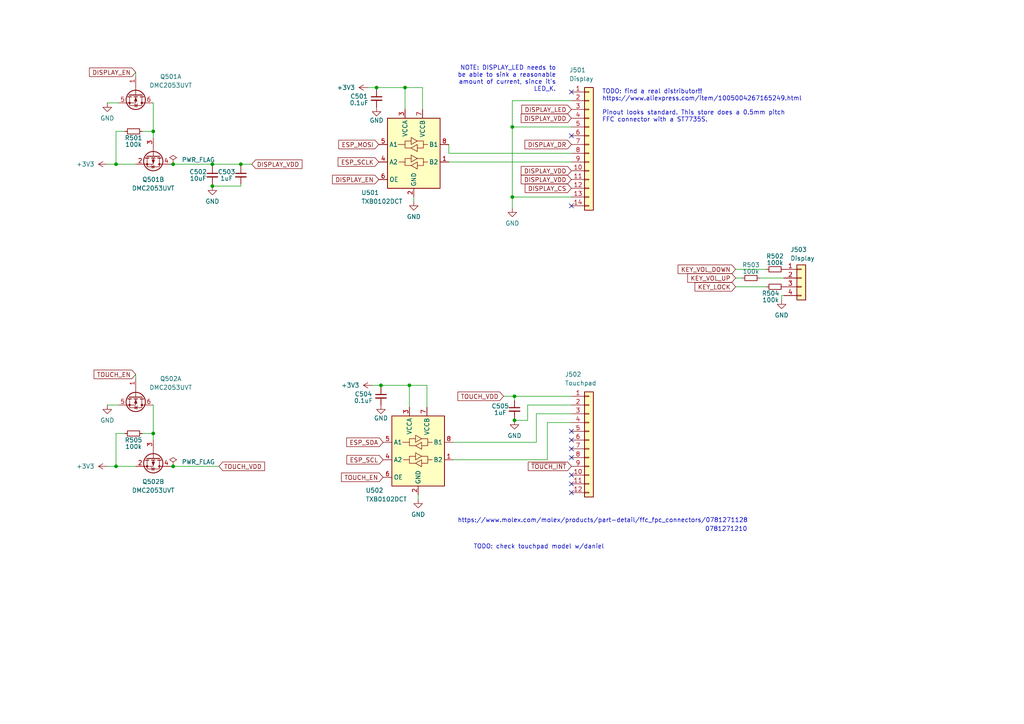
<source format=kicad_sch>
(kicad_sch (version 20211123) (generator eeschema)
  (paper "A4")
  (lib_symbols
    (symbol "Connector_Generic:Conn_01x04" (pin_names (offset 1.016) hide)
      (property "Reference" "J" (at 0 5.08 0))
      (property "Value" "Conn_01x04" (at 0 -7.62 0))
      (symbol "Conn_01x04_1_1"
        (rectangle (start -1.27 -4.953) (end 0 -5.207) (stroke (width 0.1524)))
        (rectangle (start -1.27 -2.413) (end 0 -2.667) (stroke (width 0.1524)))
        (rectangle (start -1.27 0.127) (end 0 -0.127) (stroke (width 0.1524)))
        (rectangle (start -1.27 2.667) (end 0 2.413) (stroke (width 0.1524)))
        (rectangle (start -1.27 3.81) (end 1.27 -6.35) (stroke (width 0.254)) (fill (type background)))
        (pin passive line (at -5.08 2.54 0) (length 3.81) (name "Pin_1") (number "1"))
        (pin passive line (at -5.08 0 0) (length 3.81) (name "Pin_2") (number "2"))
        (pin passive line (at -5.08 -2.54 0) (length 3.81) (name "Pin_3") (number "3"))
        (pin passive line (at -5.08 -5.08 0) (length 3.81) (name "Pin_4") (number "4"))
      )
    )
    (symbol "Connector_Generic:Conn_01x12" (pin_names (offset 1.016) hide)
      (property "Reference" "J" (at 0 15.24 0))
      (property "Value" "Conn_01x12" (at 0 -17.78 0))
      (symbol "Conn_01x12_1_1"
        (rectangle (start -1.27 -15.113) (end 0 -15.367) (stroke (width 0.1524)))
        (rectangle (start -1.27 -12.573) (end 0 -12.827) (stroke (width 0.1524)))
        (rectangle (start -1.27 -10.033) (end 0 -10.287) (stroke (width 0.1524)))
        (rectangle (start -1.27 -7.493) (end 0 -7.747) (stroke (width 0.1524)))
        (rectangle (start -1.27 -4.953) (end 0 -5.207) (stroke (width 0.1524)))
        (rectangle (start -1.27 -2.413) (end 0 -2.667) (stroke (width 0.1524)))
        (rectangle (start -1.27 0.127) (end 0 -0.127) (stroke (width 0.1524)))
        (rectangle (start -1.27 2.667) (end 0 2.413) (stroke (width 0.1524)))
        (rectangle (start -1.27 5.207) (end 0 4.953) (stroke (width 0.1524)))
        (rectangle (start -1.27 7.747) (end 0 7.493) (stroke (width 0.1524)))
        (rectangle (start -1.27 10.287) (end 0 10.033) (stroke (width 0.1524)))
        (rectangle (start -1.27 12.827) (end 0 12.573) (stroke (width 0.1524)))
        (rectangle (start -1.27 13.97) (end 1.27 -16.51) (stroke (width 0.254)) (fill (type background)))
        (pin passive line (at -5.08 12.7 0) (length 3.81) (name "Pin_1") (number "1"))
        (pin passive line (at -5.08 -10.16 0) (length 3.81) (name "Pin_10") (number "10"))
        (pin passive line (at -5.08 -12.7 0) (length 3.81) (name "Pin_11") (number "11"))
        (pin passive line (at -5.08 -15.24 0) (length 3.81) (name "Pin_12") (number "12"))
        (pin passive line (at -5.08 10.16 0) (length 3.81) (name "Pin_2") (number "2"))
        (pin passive line (at -5.08 7.62 0) (length 3.81) (name "Pin_3") (number "3"))
        (pin passive line (at -5.08 5.08 0) (length 3.81) (name "Pin_4") (number "4"))
        (pin passive line (at -5.08 2.54 0) (length 3.81) (name "Pin_5") (number "5"))
        (pin passive line (at -5.08 0 0) (length 3.81) (name "Pin_6") (number "6"))
        (pin passive line (at -5.08 -2.54 0) (length 3.81) (name "Pin_7") (number "7"))
        (pin passive line (at -5.08 -5.08 0) (length 3.81) (name "Pin_8") (number "8"))
        (pin passive line (at -5.08 -7.62 0) (length 3.81) (name "Pin_9") (number "9"))
      )
    )
    (symbol "Connector_Generic:Conn_01x14" (pin_names (offset 1.016) hide)
      (property "Reference" "J" (at 0 17.78 0))
      (property "Value" "Conn_01x14" (at 0 -20.32 0))
      (symbol "Conn_01x14_1_1"
        (rectangle (start -1.27 -17.653) (end 0 -17.907) (stroke (width 0.1524)))
        (rectangle (start -1.27 -15.113) (end 0 -15.367) (stroke (width 0.1524)))
        (rectangle (start -1.27 -12.573) (end 0 -12.827) (stroke (width 0.1524)))
        (rectangle (start -1.27 -10.033) (end 0 -10.287) (stroke (width 0.1524)))
        (rectangle (start -1.27 -7.493) (end 0 -7.747) (stroke (width 0.1524)))
        (rectangle (start -1.27 -4.953) (end 0 -5.207) (stroke (width 0.1524)))
        (rectangle (start -1.27 -2.413) (end 0 -2.667) (stroke (width 0.1524)))
        (rectangle (start -1.27 0.127) (end 0 -0.127) (stroke (width 0.1524)))
        (rectangle (start -1.27 2.667) (end 0 2.413) (stroke (width 0.1524)))
        (rectangle (start -1.27 5.207) (end 0 4.953) (stroke (width 0.1524)))
        (rectangle (start -1.27 7.747) (end 0 7.493) (stroke (width 0.1524)))
        (rectangle (start -1.27 10.287) (end 0 10.033) (stroke (width 0.1524)))
        (rectangle (start -1.27 12.827) (end 0 12.573) (stroke (width 0.1524)))
        (rectangle (start -1.27 15.367) (end 0 15.113) (stroke (width 0.1524)))
        (rectangle (start -1.27 16.51) (end 1.27 -19.05) (stroke (width 0.254)) (fill (type background)))
        (pin passive line (at -5.08 15.24 0) (length 3.81) (name "Pin_1") (number "1"))
        (pin passive line (at -5.08 -7.62 0) (length 3.81) (name "Pin_10") (number "10"))
        (pin passive line (at -5.08 -10.16 0) (length 3.81) (name "Pin_11") (number "11"))
        (pin passive line (at -5.08 -12.7 0) (length 3.81) (name "Pin_12") (number "12"))
        (pin passive line (at -5.08 -15.24 0) (length 3.81) (name "Pin_13") (number "13"))
        (pin passive line (at -5.08 -17.78 0) (length 3.81) (name "Pin_14") (number "14"))
        (pin passive line (at -5.08 12.7 0) (length 3.81) (name "Pin_2") (number "2"))
        (pin passive line (at -5.08 10.16 0) (length 3.81) (name "Pin_3") (number "3"))
        (pin passive line (at -5.08 7.62 0) (length 3.81) (name "Pin_4") (number "4"))
        (pin passive line (at -5.08 5.08 0) (length 3.81) (name "Pin_5") (number "5"))
        (pin passive line (at -5.08 2.54 0) (length 3.81) (name "Pin_6") (number "6"))
        (pin passive line (at -5.08 0 0) (length 3.81) (name "Pin_7") (number "7"))
        (pin passive line (at -5.08 -2.54 0) (length 3.81) (name "Pin_8") (number "8"))
        (pin passive line (at -5.08 -5.08 0) (length 3.81) (name "Pin_9") (number "9"))
      )
    )
    (symbol "Device:C_Small" (pin_numbers hide) (pin_names (offset 0.254) hide)
      (property "Reference" "C" (at 0.254 1.778 0))
      (property "Value" "C_Small" (at 0.254 -2.032 0))
      (symbol "C_Small_0_1"
        (polyline (pts (xy -1.524 -0.508) (xy 1.524 -0.508)) (stroke (width 0.3302)))
        (polyline (pts (xy -1.524 0.508) (xy 1.524 0.508)) (stroke (width 0.3048)))
      )
      (symbol "C_Small_1_1"
        (pin passive line (at 0 2.54 270) (length 2.032) (name "~") (number "1"))
        (pin passive line (at 0 -2.54 90) (length 2.032) (name "~") (number "2"))
      )
    )
    (symbol "Device:R_Small" (pin_numbers hide) (pin_names (offset 0.254) hide)
      (property "Reference" "R" (at 0.762 0.508 0))
      (property "Value" "R_Small" (at 0.762 -1.016 0))
      (symbol "R_Small_0_1"
        (rectangle (start -0.762 1.778) (end 0.762 -1.778) (stroke (width 0.2032)))
      )
      (symbol "R_Small_1_1"
        (pin passive line (at 0 2.54 270) (length 0.762) (name "~") (number "1"))
        (pin passive line (at 0 -2.54 90) (length 0.762) (name "~") (number "2"))
      )
    )
    (symbol "Logic_LevelTranslator:TXB0102DCT"
      (property "Reference" "U" (at -6.35 11.43 0))
      (property "Value" "TXB0102DCT" (at 3.81 11.43 0))
      (symbol "TXB0102DCT_0_1"
        (rectangle (start -7.62 10.16) (end 7.62 -10.16) (stroke (width 0.254)) (fill (type background)))
        (polyline (pts (xy -2.54 -2.54) (xy -2.54 -1.524) (xy -0.762 -1.524)))
        (polyline (pts (xy -2.54 2.54) (xy -2.54 3.556) (xy -0.762 3.556)))
        (polyline (pts (xy 2.794 -2.54) (xy 2.794 -3.556) (xy 1.016 -3.556)))
        (polyline (pts (xy 2.794 2.54) (xy 2.794 1.524) (xy 1.016 1.524)))
        (polyline (pts (xy -0.762 -3.556) (xy -2.54 -3.556) (xy -2.54 -2.54) (xy -4.318 -2.54)))
        (polyline (pts (xy -0.762 -2.54) (xy -0.762 -0.508) (xy 1.016 -1.524) (xy -0.762 -2.54)) (fill (type background)))
        (polyline (pts (xy -0.762 1.524) (xy -2.54 1.524) (xy -2.54 2.54) (xy -4.572 2.54)))
        (polyline (pts (xy -0.762 2.54) (xy -0.762 4.572) (xy 1.016 3.556) (xy -0.762 2.54)))
        (polyline (pts (xy 1.016 -2.54) (xy 1.016 -4.572) (xy -0.762 -3.556) (xy 1.016 -2.54)))
        (polyline (pts (xy 1.016 -1.524) (xy 2.794 -1.524) (xy 2.794 -2.54) (xy 4.064 -2.54)))
        (polyline (pts (xy 1.016 3.556) (xy 2.794 3.556) (xy 2.794 2.54) (xy 4.064 2.54)))
        (polyline (pts (xy 1.016 2.54) (xy 1.016 0.762) (xy 1.016 0.508) (xy -0.762 1.524) (xy 1.016 2.54)))
      )
      (symbol "TXB0102DCT_1_1"
        (pin bidirectional line (at 10.16 -2.54 180) (length 2.54) (name "B2") (number "1"))
        (pin power_in line (at 0 -12.7 90) (length 2.54) (name "GND") (number "2"))
        (pin power_in line (at -2.54 12.7 270) (length 2.54) (name "VCCA") (number "3"))
        (pin bidirectional line (at -10.16 -2.54 0) (length 2.54) (name "A2") (number "4"))
        (pin bidirectional line (at -10.16 2.54 0) (length 2.54) (name "A1") (number "5"))
        (pin input line (at -10.16 -7.62 0) (length 2.54) (name "OE") (number "6"))
        (pin power_in line (at 2.54 12.7 270) (length 2.54) (name "VCCB") (number "7"))
        (pin bidirectional line (at 10.16 2.54 180) (length 2.54) (name "B1") (number "8"))
      )
    )
    (symbol "Transistor_FET:DMC2053UVT" (pin_names hide)
      (property "Reference" "Q" (at 3.175 1.27 0))
      (property "Value" "DMC2053UVT" (at 3.175 -1.27 0))
      (symbol "DMC2053UVT_0_1"
        (circle (center -0.889 0) (radius 2.794) (stroke (width 0.254)))
        (circle (center 0 -1.778) (radius 0.254) (fill (type outline)))
        (polyline (pts (xy -2.286 0) (xy -5.08 0)))
        (polyline (pts (xy -2.286 1.905) (xy -2.286 -1.905)) (stroke (width 0.254)))
        (polyline (pts (xy -1.778 -1.27) (xy -1.778 -2.286)) (stroke (width 0.254)))
        (polyline (pts (xy -1.778 0.508) (xy -1.778 -0.508)) (stroke (width 0.254)))
        (polyline (pts (xy -1.778 2.286) (xy -1.778 1.27)) (stroke (width 0.254)))
        (polyline (pts (xy 0 2.54) (xy 0 1.778)))
        (polyline (pts (xy 0 -2.54) (xy 0 0) (xy -1.778 0)))
        (polyline (pts (xy -1.778 -1.778) (xy 0.762 -1.778) (xy 0.762 1.778) (xy -1.778 1.778)))
        (circle (center 0 1.778) (radius 0.254) (fill (type outline)))
      )
      (symbol "DMC2053UVT_1_1"
        (polyline (pts (xy -1.524 0) (xy -0.508 0.381) (xy -0.508 -0.381) (xy -1.524 0)) (fill (type outline)))
        (polyline (pts (xy 0.254 0.508) (xy 0.381 0.381) (xy 1.143 0.381) (xy 1.27 0.254)))
        (polyline (pts (xy 0.762 0.381) (xy 0.381 -0.254) (xy 1.143 -0.254) (xy 0.762 0.381)))
        (pin passive line (at -7.62 0 0) (length 2.54) (name "G") (number "1"))
        (pin passive line (at 0 -5.08 90) (length 2.54) (name "S") (number "5"))
        (pin passive line (at 0 5.08 270) (length 2.54) (name "D") (number "6"))
      )
      (symbol "DMC2053UVT_2_1"
        (polyline (pts (xy -0.254 0) (xy -1.27 0.381) (xy -1.27 -0.381) (xy -0.254 0)) (fill (type outline)))
        (polyline (pts (xy 0.254 -0.508) (xy 0.381 -0.381) (xy 1.143 -0.381) (xy 1.27 -0.254)))
        (polyline (pts (xy 0.762 -0.381) (xy 0.381 0.254) (xy 1.143 0.254) (xy 0.762 -0.381)))
        (pin passive line (at 0 -5.08 90) (length 2.54) (name "S") (number "2"))
        (pin passive line (at -7.62 0 0) (length 2.54) (name "G") (number "3"))
        (pin passive line (at 0 5.08 270) (length 2.54) (name "D") (number "4"))
      )
    )
    (symbol "power:+3V3" (power) (pin_names (offset 0))
      (property "Value" "+3V3" (at 0 3.556 0))
      (symbol "+3V3_0_1"
        (polyline (pts (xy -0.762 1.27) (xy 0 2.54)))
        (polyline (pts (xy 0 0) (xy 0 2.54)))
        (polyline (pts (xy 0 2.54) (xy 0.762 1.27)))
      )
      (symbol "+3V3_1_1"
        (pin power_in line (at 0 0 90) (length 0) hide (name "+3V3") (number "1"))
      )
    )
    (symbol "power:GND" (power) (pin_names (offset 0))
      (property "Value" "GND" (at 0 -3.81 0))
      (symbol "GND_0_1"
        (polyline (pts (xy 0 0) (xy 0 -1.27) (xy 1.27 -1.27) (xy 0 -2.54) (xy -1.27 -1.27) (xy 0 -1.27)))
      )
      (symbol "GND_1_1"
        (pin power_in line (at 0 0 270) (length 0) hide (name "GND") (number "1"))
      )
    )
    (symbol "power:PWR_FLAG" (power) (pin_numbers hide) (pin_names (offset 0) hide)
      (property "Value" "PWR_FLAG" (at 0 3.81 0))
      (symbol "PWR_FLAG_0_0"
        (pin power_out line (at 0 0 90) (length 0) (name "pwr") (number "1"))
      )
      (symbol "PWR_FLAG_0_1"
        (polyline (pts (xy 0 0) (xy 0 1.27) (xy -1.016 1.905) (xy 0 2.54) (xy 1.016 1.905) (xy 0 1.27)))
      )
    )
  )
  (junction (at 149.225 121.92))
  (junction (at 69.85 47.625))
  (junction (at 50.2099 135.255))
  (junction (at 148.59 57.15))
  (junction (at 118.745 111.76))
  (junction (at 61.595 53.975))
  (junction (at 117.475 25.4))
  (junction (at 109.22 25.4))
  (junction (at 50.2099 47.625))
  (junction (at 33.655 135.255))
  (junction (at 44.45 125.73))
  (junction (at 61.595 47.625))
  (junction (at 149.225 114.935))
  (junction (at 110.49 111.76))
  (junction (at 148.59 36.83))
  (junction (at 44.45 38.1))
  (junction (at 33.655 47.625))
  (no_connect (at 165.735 59.69))
  (no_connect (at 165.735 137.795))
  (no_connect (at 165.735 26.67))
  (no_connect (at 165.735 132.715))
  (no_connect (at 165.735 140.335))
  (no_connect (at 165.735 142.875))
  (no_connect (at 165.735 125.095))
  (no_connect (at 165.735 127.635))
  (no_connect (at 165.735 130.175))
  (no_connect (at 165.735 39.37))
  (wire (pts (xy 33.655 135.255) (xy 39.37 135.255)))
  (wire (pts (xy 121.285 144.78) (xy 121.285 143.51)))
  (wire (pts (xy 49.53 135.255) (xy 50.2099 135.255)))
  (wire (pts (xy 31.115 117.475) (xy 34.29 117.475)))
  (wire (pts (xy 149.225 116.205) (xy 149.225 114.935)))
  (wire (pts (xy 155.575 128.27) (xy 155.575 120.015)))
  (wire (pts (xy 148.59 36.83) (xy 165.735 36.83)))
  (wire (pts (xy 31.115 47.625) (xy 33.655 47.625)))
  (wire (pts (xy 213.36 83.185) (xy 222.25 83.185)))
  (wire (pts (xy 50.2099 135.255) (xy 63.5 135.255)))
  (wire (pts (xy 33.655 125.73) (xy 33.655 135.255)))
  (wire (pts (xy 213.36 80.645) (xy 215.265 80.645)))
  (wire (pts (xy 131.445 128.27) (xy 155.575 128.27)))
  (wire (pts (xy 109.22 25.4) (xy 109.22 26.035)))
  (wire (pts (xy 110.49 111.76) (xy 118.745 111.76)))
  (wire (pts (xy 117.475 25.4) (xy 122.555 25.4)))
  (wire (pts (xy 44.45 117.475) (xy 44.45 125.73)))
  (wire (pts (xy 153.035 117.475) (xy 153.035 121.92)))
  (wire (pts (xy 158.75 122.555) (xy 158.75 133.35)))
  (wire (pts (xy 49.53 47.625) (xy 50.2099 47.625)))
  (wire (pts (xy 148.59 57.15) (xy 165.735 57.15)))
  (wire (pts (xy 155.575 120.015) (xy 165.735 120.015)))
  (wire (pts (xy 165.735 29.21) (xy 148.59 29.21)))
  (wire (pts (xy 107.95 111.76) (xy 110.49 111.76)))
  (wire (pts (xy 110.49 111.76) (xy 110.49 112.395)))
  (wire (pts (xy 44.45 125.73) (xy 44.45 127.635)))
  (wire (pts (xy 120.015 58.42) (xy 120.015 57.15)))
  (wire (pts (xy 148.59 36.83) (xy 148.59 57.15)))
  (wire (pts (xy 106.68 25.4) (xy 109.22 25.4)))
  (wire (pts (xy 39.37 108.585) (xy 39.37 109.855)))
  (wire (pts (xy 227.33 85.725) (xy 226.695 85.725)))
  (wire (pts (xy 158.75 133.35) (xy 131.445 133.35)))
  (wire (pts (xy 69.85 47.625) (xy 73.025 47.625)))
  (wire (pts (xy 226.695 85.725) (xy 226.695 86.995)))
  (wire (pts (xy 149.225 121.92) (xy 149.225 121.285)))
  (wire (pts (xy 61.595 47.625) (xy 69.85 47.625)))
  (wire (pts (xy 165.735 122.555) (xy 158.75 122.555)))
  (wire (pts (xy 148.59 57.15) (xy 148.59 60.325)))
  (wire (pts (xy 165.735 117.475) (xy 153.035 117.475)))
  (wire (pts (xy 41.275 125.73) (xy 44.45 125.73)))
  (wire (pts (xy 118.745 111.76) (xy 123.825 111.76)))
  (wire (pts (xy 33.655 38.1) (xy 33.655 47.625)))
  (wire (pts (xy 39.37 20.955) (xy 39.37 22.225)))
  (wire (pts (xy 130.175 41.91) (xy 130.175 44.45)))
  (wire (pts (xy 146.05 114.935) (xy 149.225 114.935)))
  (wire (pts (xy 69.85 53.34) (xy 69.85 53.975)))
  (wire (pts (xy 61.595 53.975) (xy 61.595 53.34)))
  (wire (pts (xy 36.195 38.1) (xy 33.655 38.1)))
  (wire (pts (xy 44.45 29.845) (xy 44.45 38.1)))
  (wire (pts (xy 33.655 47.625) (xy 39.37 47.625)))
  (wire (pts (xy 31.115 135.255) (xy 33.655 135.255)))
  (wire (pts (xy 220.345 80.645) (xy 227.33 80.645)))
  (wire (pts (xy 118.745 111.76) (xy 118.745 118.11)))
  (wire (pts (xy 149.225 114.935) (xy 165.735 114.935)))
  (wire (pts (xy 36.195 125.73) (xy 33.655 125.73)))
  (wire (pts (xy 61.595 48.26) (xy 61.595 47.625)))
  (wire (pts (xy 122.555 25.4) (xy 122.555 31.75)))
  (wire (pts (xy 44.45 38.1) (xy 44.45 40.005)))
  (wire (pts (xy 153.035 121.92) (xy 149.225 121.92)))
  (wire (pts (xy 41.275 38.1) (xy 44.45 38.1)))
  (wire (pts (xy 69.85 53.975) (xy 61.595 53.975)))
  (wire (pts (xy 109.22 25.4) (xy 117.475 25.4)))
  (wire (pts (xy 148.59 29.21) (xy 148.59 36.83)))
  (wire (pts (xy 50.2099 47.625) (xy 61.595 47.625)))
  (wire (pts (xy 130.175 46.99) (xy 165.735 46.99)))
  (wire (pts (xy 31.115 29.845) (xy 34.29 29.845)))
  (wire (pts (xy 117.475 25.4) (xy 117.475 31.75)))
  (wire (pts (xy 130.175 44.45) (xy 165.735 44.45)))
  (wire (pts (xy 123.825 111.76) (xy 123.825 118.11)))
  (wire (pts (xy 69.85 47.625) (xy 69.85 48.26)))
  (wire (pts (xy 213.36 78.105) (xy 222.25 78.105)))
  (text "0781271210" (at 204.47 154.305 0) (effects (font (size 1.27 1.27)) (justify left bottom)))
  (text "TODO: find a real distributor!!\nhttps://www.aliexpress.com/item/1005004267165249.html\n\nPinout looks standard. This store does a 0.5mm pitch\nFFC connector with a ST7735S." (at 174.625 35.56 0) (effects (font (size 1.27 1.27)) (justify left bottom)))
  (text "TODO: check touchpad model w/daniel" (at 175.26 159.385 180) (effects (font (size 1.27 1.27)) (justify right bottom)))
  (text "NOTE: DISPLAY_LED needs to\nbe able to sink a reasonable\namount of current, since it's\nLED_K." (at 161.29 26.67 0) (effects (font (size 1.27 1.27)) (justify right bottom)))
  (text "https://www.molex.com/molex/products/part-detail/ffc_fpc_connectors/0781271128" (at 132.715 151.765 0) (effects (font (size 1.27 1.27)) (justify left bottom)))
  (global_label "DISPLAY_EN" (shape input) (at 39.37 20.955 180) (property "Intersheet References" "${INTERSHEET_REFS}" (effects hide)))
  (global_label "DISPLAY_VDD" (shape input) (at 73.025 47.625 0) (property "Intersheet References" "${INTERSHEET_REFS}" (effects hide)))
  (global_label "TOUCH_EN" (shape input) (at 39.37 108.585 180) (property "Intersheet References" "${INTERSHEET_REFS}" (effects hide)))
  (global_label "KEY_LOCK" (shape input) (at 213.36 83.185 180) (property "Intersheet References" "${INTERSHEET_REFS}" (effects hide)))
  (global_label "KEY_VOL_UP" (shape input) (at 213.36 80.645 180) (property "Intersheet References" "${INTERSHEET_REFS}" (effects hide)))
  (global_label "DISPLAY_VDD" (shape input) (at 165.735 49.53 180) (property "Intersheet References" "${INTERSHEET_REFS}" (effects hide)))
  (global_label "ESP_MOSI" (shape input) (at 109.855 41.91 180) (property "Intersheet References" "${INTERSHEET_REFS}" (effects hide)))
  (global_label "TOUCH_VDD" (shape input) (at 63.5 135.255 0) (property "Intersheet References" "${INTERSHEET_REFS}" (effects hide)))
  (global_label "TOUCH_VDD" (shape input) (at 146.05 114.935 180) (property "Intersheet References" "${INTERSHEET_REFS}" (effects hide)))
  (global_label "KEY_VOL_DOWN" (shape input) (at 213.36 78.105 180) (property "Intersheet References" "${INTERSHEET_REFS}" (effects hide)))
  (global_label "ESP_SDA" (shape input) (at 111.125 128.27 180) (property "Intersheet References" "${INTERSHEET_REFS}" (effects hide)))
  (global_label "DISPLAY_LED" (shape input) (at 165.735 31.75 180) (property "Intersheet References" "${INTERSHEET_REFS}" (effects hide)))
  (global_label "ESP_SCLK" (shape input) (at 109.855 46.99 180) (property "Intersheet References" "${INTERSHEET_REFS}" (effects hide)))
  (global_label "DISPLAY_VDD" (shape input) (at 165.735 34.29 180) (property "Intersheet References" "${INTERSHEET_REFS}" (effects hide)))
  (global_label "DISPLAY_EN" (shape input) (at 109.855 52.07 180) (property "Intersheet References" "${INTERSHEET_REFS}" (effects hide)))
  (global_label "DISPLAY_CS" (shape input) (at 165.735 54.61 180) (property "Intersheet References" "${INTERSHEET_REFS}" (effects hide)))
  (global_label "ESP_SCL" (shape input) (at 111.125 133.35 180) (property "Intersheet References" "${INTERSHEET_REFS}" (effects hide)))
  (global_label "TOUCH_EN" (shape input) (at 111.125 138.43 180) (property "Intersheet References" "${INTERSHEET_REFS}" (effects hide)))
  (global_label "DISPLAY_DR" (shape input) (at 165.735 41.91 180) (property "Intersheet References" "${INTERSHEET_REFS}" (effects hide)))
  (global_label "DISPLAY_VDD" (shape input) (at 165.735 52.07 180) (property "Intersheet References" "${INTERSHEET_REFS}" (effects hide)))
  (global_label "~{TOUCH_INT}" (shape input) (at 165.735 135.255 180) (property "Intersheet References" "${INTERSHEET_REFS}" (effects hide)))
  (symbol (lib_id "Device:R_Small") (at 38.735 38.1 90) (unit 1)
    (property "Reference" "R501" (at 38.735 40.005 90))
    (property "Value" "100k" (at 38.735 41.91 90))
    (property "Footprint" "Resistor_SMD:R_0603_1608Metric" (effects hide))
    (property "PN" "RC0603JR-10100KL" (effects hide))
  )
  (symbol (lib_id "power:+3V3") (at 31.115 135.255 90) (unit 1)
    (property "Reference" "#PWR0513" (effects hide))
    (property "Value" "+3V3" (at 24.765 135.255 90))
  )
  (symbol (lib_id "Connector_Generic:Conn_01x12") (at 170.815 127.635 0) (unit 1)
    (property "Reference" "J502" (at 163.83 108.585 0) (effects (justify left)))
    (property "Value" "Touchpad" (at 163.83 111.125 0) (effects (justify left)))
    (property "Footprint" "footprints:molex-zif-12p" (effects hide))
    (property "PN" "0781271210" (effects hide))
  )
  (symbol (lib_id "power:GND") (at 226.695 86.995 0) (unit 1)
    (property "Reference" "#PWR0508" (effects hide))
    (property "Value" "GND" (at 226.695 91.44 0))
  )
  (symbol (lib_id "Transistor_FET:DMC2053UVT") (at 39.37 29.845 270) (unit 1)
    (property "Reference" "Q501" (at 49.53 22.225 90))
    (property "Value" "DMC2053UVT" (at 49.53 24.765 90))
    (property "Footprint" "Package_TO_SOT_SMD:TSOT-23-6" (effects hide))
    (property "PN" "DMC2053UVT" (effects hide))
  )
  (symbol (lib_id "Connector_Generic:Conn_01x14") (at 170.815 41.91 0) (unit 1)
    (property "Reference" "J501" (at 165.1 20.32 0) (effects (justify left)))
    (property "Value" "Display" (at 165.1 22.86 0) (effects (justify left)))
    (property "Footprint" "footprints:molex-zif-14p" (effects hide))
    (property "PN" "0781271410" (effects hide))
  )
  (symbol (lib_id "power:GND") (at 149.225 121.92 0) (unit 1)
    (property "Reference" "#PWR0512" (effects hide))
    (property "Value" "GND" (at 149.225 126.365 0))
  )
  (symbol (lib_id "Logic_LevelTranslator:TXB0102DCT") (at 121.285 130.81 0) (unit 1)
    (property "Reference" "U502" (at 106.045 142.24 0) (effects (justify left)))
    (property "Value" "TXB0102DCT" (at 106.045 144.78 0) (effects (justify left)))
    (property "Footprint" "Package_SO:VSSOP-8_2.4x2.1mm_P0.5mm" (effects hide))
    (property "Datasheet" "http://www.ti.com/lit/ds/symlink/txb0102.pdf" (effects hide))
    (property "PN" "TXB0102DCUT" (effects hide))
  )
  (symbol (lib_id "power:GND") (at 121.285 144.78 0) (unit 1)
    (property "Reference" "#PWR0514" (effects hide))
    (property "Value" "GND" (at 121.285 149.225 0))
  )
  (symbol (lib_id "power:GND") (at 109.22 31.115 0) (unit 1)
    (property "Reference" "#PWR0503" (effects hide))
    (property "Value" "GND" (at 109.22 34.925 0))
  )
  (symbol (lib_id "power:GND") (at 61.595 53.975 0) (unit 1)
    (property "Reference" "#PWR0505" (effects hide))
    (property "Value" "GND" (at 61.595 58.42 0))
  )
  (symbol (lib_id "Device:C_Small") (at 110.49 114.935 0) (unit 1)
    (property "Reference" "C504" (at 105.41 114.3 0))
    (property "Value" "0.1uF" (at 105.41 116.205 0))
    (property "Footprint" "Capacitor_SMD:C_0805_2012Metric" (effects hide))
    (property "PN" "0805YD104KAT2A" (effects hide))
  )
  (symbol (lib_id "Device:C_Small") (at 109.22 28.575 0) (unit 1)
    (property "Reference" "C501" (at 104.14 27.94 0))
    (property "Value" "0.1uF" (at 104.14 29.845 0))
    (property "Footprint" "Capacitor_SMD:C_0805_2012Metric" (effects hide))
    (property "PN" "0805YD104KAT2A" (effects hide))
  )
  (symbol (lib_id "Transistor_FET:DMC2053UVT") (at 39.37 117.475 270) (unit 1)
    (property "Reference" "Q502" (at 49.53 109.855 90))
    (property "Value" "DMC2053UVT" (at 49.53 112.395 90))
    (property "Footprint" "Package_TO_SOT_SMD:TSOT-23-6" (effects hide))
    (property "PN" "DMC2053UVT" (effects hide))
  )
  (symbol (lib_id "power:GND") (at 110.49 117.475 0) (unit 1)
    (property "Reference" "#PWR0511" (effects hide))
    (property "Value" "GND" (at 110.49 121.285 0))
  )
  (symbol (lib_id "power:GND") (at 120.015 58.42 0) (unit 1)
    (property "Reference" "#PWR0506" (effects hide))
    (property "Value" "GND" (at 120.015 62.865 0))
  )
  (symbol (lib_id "Transistor_FET:DMC2053UVT") (at 44.45 135.255 270) (unit 2)
    (property "Reference" "Q502" (at 44.45 139.7 90))
    (property "Value" "DMC2053UVT" (at 44.45 142.24 90))
    (property "Footprint" "Package_TO_SOT_SMD:TSOT-23-6" (effects hide))
    (property "PN" "DMC2053UVT" (effects hide))
  )
  (symbol (lib_id "power:+3V3") (at 106.68 25.4 90) (unit 1)
    (property "Reference" "#PWR0501" (effects hide))
    (property "Value" "+3V3" (at 100.33 25.4 90))
  )
  (symbol (lib_id "Device:C_Small") (at 149.225 118.745 0) (unit 1)
    (property "Reference" "C505" (at 145.0975 117.7925 0))
    (property "Value" "1uF" (at 145.0975 119.6975 0))
    (property "Footprint" "Capacitor_SMD:C_0805_2012Metric" (effects hide))
    (property "PN" "EMK212BJ105KG-T" (effects hide))
  )
  (symbol (lib_id "Device:C_Small") (at 69.85 50.8 0) (unit 1)
    (property "Reference" "C503" (at 65.7225 49.8475 0))
    (property "Value" "1uF" (at 65.7225 51.7525 0))
    (property "Footprint" "Capacitor_SMD:C_0805_2012Metric" (effects hide))
    (property "PN" "EMK212BJ105KG-T" (effects hide))
  )
  (symbol (lib_id "Connector_Generic:Conn_01x04") (at 232.41 80.645 0) (unit 1)
    (property "Reference" "J503" (at 229.235 72.39 0) (effects (justify left)))
    (property "Value" "Display" (at 229.235 74.93 0) (effects (justify left)))
    (property "Footprint" "footprints:MOLEX_0528080470" (effects hide))
    (property "PN" "0528080470" (effects hide))
  )
  (symbol (lib_id "power:GND") (at 148.59 60.325 0) (unit 1)
    (property "Reference" "#PWR0507" (effects hide))
    (property "Value" "GND" (at 148.59 64.77 0))
  )
  (symbol (lib_id "power:+3V3") (at 107.95 111.76 90) (unit 1)
    (property "Reference" "#PWR0509" (effects hide))
    (property "Value" "+3V3" (at 101.6 111.76 90))
  )
  (symbol (lib_id "Logic_LevelTranslator:TXB0102DCT") (at 120.015 44.45 0) (unit 1)
    (property "Reference" "U501" (at 104.775 55.88 0) (effects (justify left)))
    (property "Value" "TXB0102DCT" (at 104.775 58.42 0) (effects (justify left)))
    (property "Footprint" "Package_SO:VSSOP-8_2.4x2.1mm_P0.5mm" (effects hide))
    (property "Datasheet" "http://www.ti.com/lit/ds/symlink/txb0102.pdf" (effects hide))
    (property "PN" "TXB0102DCUT" (effects hide))
  )
  (symbol (lib_id "Device:R_Small") (at 224.79 83.185 90) (unit 1)
    (property "Reference" "R502" (at 224.79 74.295 90))
    (property "Value" "100k" (at 224.79 76.2 90))
    (property "Footprint" "Resistor_SMD:R_0603_1608Metric" (effects hide))
    (property "PN" "RC0603JR-10100KL" (effects hide))
  )
  (symbol (lib_id "power:PWR_FLAG") (at 50.2099 47.625 0) (unit 1)
    (property "Reference" "#FLG0501" (effects hide))
    (property "Value" "PWR_FLAG" (at 52.705 46.3549 0) (effects (justify left)))
  )
  (symbol (lib_id "Device:R_Small") (at 224.79 78.105 90) (unit 1)
    (property "Reference" "R504" (at 223.52 85.09 90))
    (property "Value" "100k" (at 223.52 86.995 90))
    (property "Footprint" "Resistor_SMD:R_0603_1608Metric" (effects hide))
    (property "PN" "RC0603JR-10100KL" (effects hide))
  )
  (symbol (lib_id "Device:R_Small") (at 38.735 125.73 90) (unit 1)
    (property "Reference" "R505" (at 38.735 127.635 90))
    (property "Value" "100k" (at 38.735 129.54 90))
    (property "Footprint" "Resistor_SMD:R_0603_1608Metric" (effects hide))
    (property "PN" "RC0603JR-10100KL" (effects hide))
  )
  (symbol (lib_id "power:PWR_FLAG") (at 50.2099 135.255 0) (unit 1)
    (property "Reference" "#FLG0502" (effects hide))
    (property "Value" "PWR_FLAG" (at 52.705 133.9849 0) (effects (justify left)))
  )
  (symbol (lib_id "Device:C_Small") (at 61.595 50.8 0) (unit 1)
    (property "Reference" "C502" (at 57.4675 49.8475 0))
    (property "Value" "10uF" (at 57.4675 51.7525 0))
    (property "Footprint" "Capacitor_SMD:C_0805_2012Metric" (effects hide))
    (property "PN" "EMK212ABJ106KG-T" (effects hide))
  )
  (symbol (lib_id "power:+3V3") (at 31.115 47.625 90) (unit 1)
    (property "Reference" "#PWR0504" (effects hide))
    (property "Value" "+3V3" (at 24.765 47.625 90))
  )
  (symbol (lib_id "Transistor_FET:DMC2053UVT") (at 44.45 47.625 270) (unit 2)
    (property "Reference" "Q501" (at 44.45 52.07 90))
    (property "Value" "DMC2053UVT" (at 44.45 54.61 90))
    (property "Footprint" "Package_TO_SOT_SMD:TSOT-23-6" (effects hide))
    (property "PN" "DMC2053UVT" (effects hide))
  )
  (symbol (lib_id "Device:R_Small") (at 217.805 80.645 90) (unit 1)
    (property "Reference" "R503" (at 217.805 76.835 90))
    (property "Value" "100k" (at 217.805 78.74 90))
    (property "Footprint" "Resistor_SMD:R_0603_1608Metric" (effects hide))
    (property "PN" "RC0603JR-10100KL" (effects hide))
  )
  (symbol (lib_id "power:GND") (at 31.115 29.845 0) (unit 1)
    (property "Reference" "#PWR0502" (effects hide))
    (property "Value" "GND" (at 31.115 34.29 0))
  )
  (symbol (lib_id "power:GND") (at 31.115 117.475 0) (unit 1)
    (property "Reference" "#PWR0510" (effects hide))
    (property "Value" "GND" (at 31.115 121.92 0))
  )
)
</source>
